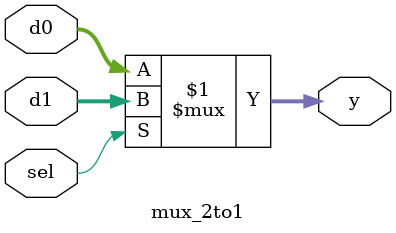
<source format=sv>
module mux_2to1 #(parameter N = 8)(
		input logic [N-1:0] d0,
		input logic [N-1:0] d1,
		input logic sel,
		output logic [N-1:0] y
	);
	
	assign y = sel ? d1 : d0;
	
endmodule

</source>
